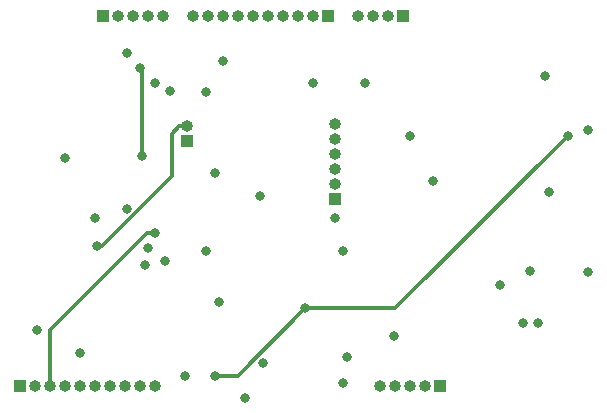
<source format=gbr>
%TF.GenerationSoftware,KiCad,Pcbnew,(6.0.0)*%
%TF.CreationDate,2022-03-07T15:46:10+00:00*%
%TF.ProjectId,ISOpowerWiFi_PCB,49534f70-6f77-4657-9257-6946695f5043,rev?*%
%TF.SameCoordinates,Original*%
%TF.FileFunction,Copper,L2,Inr*%
%TF.FilePolarity,Positive*%
%FSLAX46Y46*%
G04 Gerber Fmt 4.6, Leading zero omitted, Abs format (unit mm)*
G04 Created by KiCad (PCBNEW (6.0.0)) date 2022-03-07 15:46:10*
%MOMM*%
%LPD*%
G01*
G04 APERTURE LIST*
%TA.AperFunction,ComponentPad*%
%ADD10R,1.000000X1.000000*%
%TD*%
%TA.AperFunction,ComponentPad*%
%ADD11O,1.000000X1.000000*%
%TD*%
%TA.AperFunction,ViaPad*%
%ADD12C,0.800000*%
%TD*%
%TA.AperFunction,Conductor*%
%ADD13C,0.300000*%
%TD*%
G04 APERTURE END LIST*
D10*
%TO.N,23*%
%TO.C,J2*%
X160538000Y-108359043D03*
D11*
%TO.N,19*%
X159268000Y-108359043D03*
%TO.N,18*%
X157998000Y-108359043D03*
%TO.N,5*%
X156728000Y-108359043D03*
%TO.N,4*%
X155458000Y-108359043D03*
%TD*%
D10*
%TO.N,/ESP32_Daughterboard/GND*%
%TO.C,J7*%
X131943000Y-77011543D03*
D11*
%TO.N,/ESP32_Daughterboard/3V3_BUS*%
X133213000Y-77011543D03*
%TO.N,/ESP32_Daughterboard/MCU_5V_BUS*%
X134483000Y-77011543D03*
%TO.N,SCL*%
X135753000Y-77011543D03*
%TO.N,SDA*%
X137023000Y-77011543D03*
%TD*%
D10*
%TO.N,Net-(J3-Pad1)*%
%TO.C,J3*%
X157353000Y-77011543D03*
D11*
%TO.N,Net-(J3-Pad2)*%
X156083000Y-77011543D03*
%TO.N,Net-(J3-Pad3)*%
X154813000Y-77011543D03*
%TO.N,Net-(J3-Pad4)*%
X153543000Y-77011543D03*
%TD*%
D10*
%TO.N,Net-(J5-Pad1)*%
%TO.C,J5*%
X151003000Y-77011543D03*
D11*
%TO.N,Net-(J5-Pad2)*%
X149733000Y-77011543D03*
%TO.N,Net-(J5-Pad3)*%
X148463000Y-77011543D03*
%TO.N,Net-(J5-Pad4)*%
X147193000Y-77011543D03*
%TO.N,Net-(J5-Pad5)*%
X145923000Y-77011543D03*
%TO.N,Net-(J5-Pad6)*%
X144653000Y-77011543D03*
%TO.N,Net-(J5-Pad7)*%
X143383000Y-77011543D03*
%TO.N,Net-(J5-Pad8)*%
X142113000Y-77011543D03*
%TO.N,Net-(J5-Pad9)*%
X140843000Y-77011543D03*
%TO.N,Net-(D9-Pad2)*%
X139573000Y-77011543D03*
%TD*%
D10*
%TO.N,/ESP32_Daughterboard/MCU_5V_BUS*%
%TO.C,J1*%
X139065000Y-87630000D03*
D11*
%TO.N,/ESP32_Daughterboard/USB_PBUS*%
X139065000Y-86360000D03*
%TD*%
D10*
%TO.N,Net-(J4-Pad1)*%
%TO.C,J4*%
X151638000Y-92484043D03*
D11*
%TO.N,Net-(J4-Pad2)*%
X151638000Y-91214043D03*
%TO.N,Net-(J4-Pad3)*%
X151638000Y-89944043D03*
%TO.N,Net-(J4-Pad4)*%
X151638000Y-88674043D03*
%TO.N,Net-(J4-Pad5)*%
X151638000Y-87404043D03*
%TO.N,Net-(J4-Pad6)*%
X151638000Y-86134043D03*
%TD*%
D10*
%TO.N,/ESP32_Daughterboard/GND*%
%TO.C,J19*%
X124968000Y-108359043D03*
D11*
%TO.N,/ESP32_Daughterboard/3V3_BUS*%
X126238000Y-108359043D03*
%TO.N,/ESP32_Daughterboard/MCU_5V_BUS*%
X127508000Y-108359043D03*
%TO.N,/ESP32_Daughterboard/USB_PBUS*%
X128778000Y-108359043D03*
%TO.N,unconnected-(J19-Pad5)*%
X130048000Y-108359043D03*
%TO.N,unconnected-(J19-Pad6)*%
X131318000Y-108359043D03*
%TO.N,unconnected-(J19-Pad7)*%
X132588000Y-108359043D03*
%TO.N,unconnected-(J19-Pad8)*%
X133858000Y-108359043D03*
%TO.N,/ESP32_Daughterboard/SSERIAL_TX*%
X135128000Y-108359043D03*
%TO.N,/ESP32_Daughterboard/SSERIAL_RX*%
X136398000Y-108359043D03*
%TD*%
D12*
%TO.N,/ESP32_Daughterboard/USB ESP32 CH340 Interface /ESP_EN*%
X149733000Y-82726543D03*
X169418000Y-82091543D03*
%TO.N,4*%
X156586479Y-104145554D03*
%TO.N,Net-(J5-Pad8)*%
X157988000Y-87171543D03*
%TO.N,Net-(J5-Pad9)*%
X159893000Y-90981543D03*
%TO.N,SCL*%
X168148000Y-98601543D03*
X133962500Y-80166959D03*
%TO.N,SDA*%
X137650697Y-83344241D03*
X165608000Y-99787041D03*
%TO.N,Net-(Q19-Pad2)*%
X137177872Y-97757171D03*
X141478000Y-90346543D03*
%TO.N,/ESP32_Daughterboard/GND*%
X152638000Y-105856543D03*
X142113000Y-80821543D03*
X138937382Y-107491312D03*
X169688000Y-91886543D03*
X126365000Y-103635201D03*
X128785500Y-89069043D03*
X154178000Y-82726543D03*
X141793000Y-101224043D03*
X136398000Y-82726543D03*
X133956012Y-93378056D03*
X173058000Y-86657000D03*
X130048000Y-105586543D03*
X131318000Y-94156543D03*
X152244583Y-96953392D03*
X173058000Y-98722000D03*
%TO.N,Net-(Q20-Pad2)*%
X145288000Y-92251543D03*
X140651283Y-96888258D03*
%TO.N,/ESP32_Daughterboard/MCU_5V_BUS*%
X135128000Y-81456543D03*
X136333500Y-95426543D03*
X135255000Y-88900000D03*
%TO.N,/ESP32_Daughterboard/3V3_BUS*%
X149098000Y-101776543D03*
X141478000Y-107513543D03*
X171323000Y-87171543D03*
%TO.N,/ESP32_Daughterboard/USB_PBUS*%
X131445000Y-96520000D03*
%TO.N,/ESP32_Daughterboard/SSERIAL_RX*%
X145500477Y-106434020D03*
%TO.N,Net-(D9-Pad2)*%
X140717239Y-83487304D03*
X151638000Y-94156543D03*
%TO.N,/ESP32_Daughterboard/Logic Level Conversion/1A*%
X144018000Y-109396543D03*
X152273000Y-108126543D03*
%TO.N,/ESP32_Daughterboard/USB ESP32 CH340 Interface /TxD_B*%
X135763000Y-96696543D03*
X167513000Y-103046543D03*
%TO.N,/ESP32_Daughterboard/USB ESP32 CH340 Interface /RxD_B*%
X135553628Y-98111415D03*
X168783000Y-103046543D03*
%TD*%
D13*
%TO.N,/ESP32_Daughterboard/MCU_5V_BUS*%
X127508000Y-108359043D02*
X127508000Y-103632000D01*
X135713457Y-95426543D02*
X136333500Y-95426543D01*
X135255000Y-88900000D02*
X135255000Y-81583543D01*
X127508000Y-103632000D02*
X135713457Y-95426543D01*
X135255000Y-81583543D02*
X135128000Y-81456543D01*
%TO.N,/ESP32_Daughterboard/3V3_BUS*%
X156718000Y-101776543D02*
X149098000Y-101776543D01*
X171323000Y-87171543D02*
X156718000Y-101776543D01*
X143361000Y-107513543D02*
X141478000Y-107513543D01*
X149098000Y-101776543D02*
X143361000Y-107513543D01*
%TO.N,/ESP32_Daughterboard/USB_PBUS*%
X131874022Y-96520000D02*
X137795000Y-90599022D01*
X138430000Y-86360000D02*
X139065000Y-86360000D01*
X131445000Y-96520000D02*
X131874022Y-96520000D01*
X137795000Y-90599022D02*
X137795000Y-86995000D01*
X137795000Y-86995000D02*
X138430000Y-86360000D01*
%TD*%
M02*

</source>
